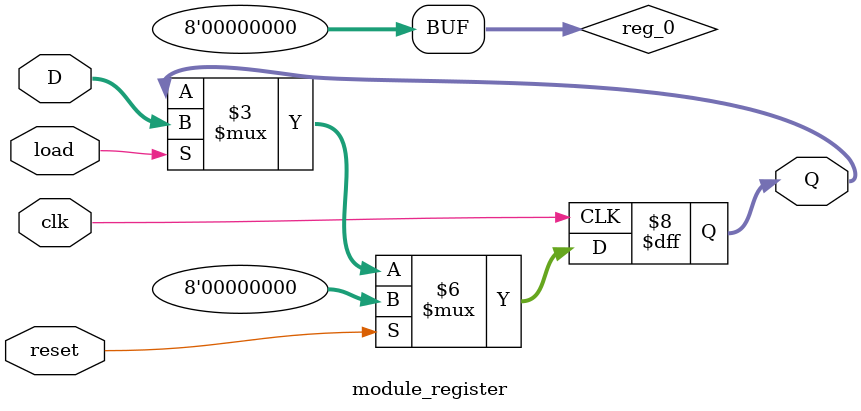
<source format=v>
`timescale 1ns / 1ps


module module_register(D,clk,reset,load,Q);
  parameter WIDTH=8;
  input [WIDTH-1:0] D;
  input clk;
  input reset;
  input load;
  output reg [WIDTH-1:0] Q;
  reg [WIDTH-1:0] reg_0;
  //regÀàÐÍ£¬È«Áã£¬ÓÃÓÚÔÚÊÕµ½resetÐÅºÅÊ±£¬¸øÊä³ö¸³Áã
  initial begin
	reg_0=0;
  end
always @(posedge clk) begin
    if (reset)
        begin
            Q <= reg_0;
        end 
    else if (load)
        begin
            Q <= D;
        end
end
endmodule


</source>
